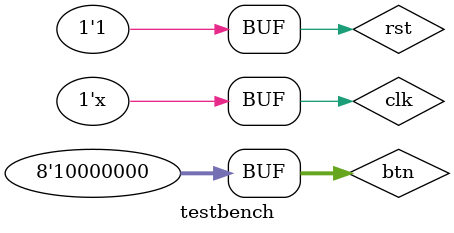
<source format=v>
`timescale 1us / 1ns

module testbench();

reg clk, rst;
reg [7:0] btn;
wire piezo;

piezo_basic P1(clk, rst, btn, piezo);

initial begin
    clk <= 0;
    rst <= 1;
    btn <= 8'b00000000;
    #1e+6; rst <= 0;
    #1e+6; rst <= 1;
    #1e+6; btn <= 8'b00000001;
    #1e+6; btn <= 8'b00000010;
    #1e+6; btn <= 8'b00000100;
    #1e+6; btn <= 8'b00001000;
    #1e+6; btn <= 8'b00010000;
    #1e+6; btn <= 8'b00100000;
    #1e+6; btn <= 8'b01000000;
    #1e+6; btn <= 8'b10000000;
end

always begin
    #0.5 clk <= ~clk;
end

endmodule

</source>
